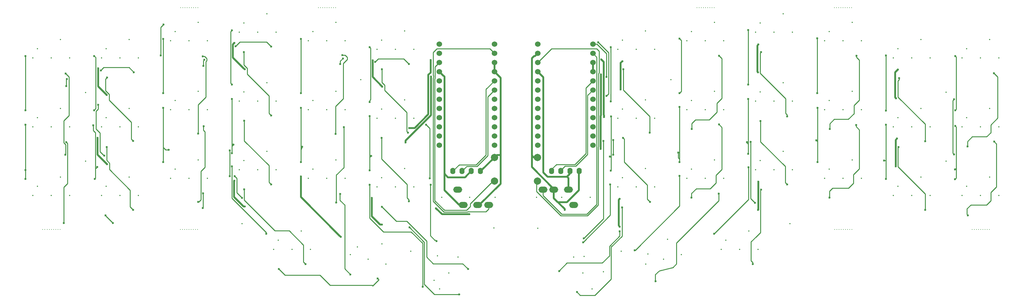
<source format=gbr>
G04 #@! TF.GenerationSoftware,KiCad,Pcbnew,5.1.5+dfsg1-2~bpo10+1*
G04 #@! TF.CreationDate,2020-11-03T09:18:59+00:00*
G04 #@! TF.ProjectId,corne-cherry,636f726e-652d-4636-9865-7272792e6b69,3.0.1*
G04 #@! TF.SameCoordinates,Original*
G04 #@! TF.FileFunction,Copper,L1,Top*
G04 #@! TF.FilePolarity,Positive*
%FSLAX46Y46*%
G04 Gerber Fmt 4.6, Leading zero omitted, Abs format (unit mm)*
G04 Created by KiCad (PCBNEW 5.1.5+dfsg1-2~bpo10+1) date 2020-11-03 09:18:59*
%MOMM*%
%LPD*%
G04 APERTURE LIST*
%ADD10C,1.524000*%
%ADD11C,2.000000*%
%ADD12O,1.397000X1.778000*%
%ADD13O,2.500000X1.700000*%
%ADD14C,0.600000*%
%ADD15C,0.250000*%
%ADD16C,0.508000*%
%ADD17C,0.500000*%
%ADD18C,0.254000*%
%ADD19C,0.350000*%
%ADD20O,1.500000X1.000000*%
%ADD21C,0.299999*%
G04 APERTURE END LIST*
D10*
X127203900Y-31942000D03*
X127203900Y-34482000D03*
X127203900Y-37022000D03*
X127203900Y-39562000D03*
X127203900Y-42102000D03*
X127203900Y-44642000D03*
X127203900Y-47182000D03*
X127203900Y-49722000D03*
X127203900Y-52262000D03*
X127203900Y-54802000D03*
X127203900Y-57342000D03*
X127203900Y-59882000D03*
X142423900Y-59882000D03*
X142423900Y-57342000D03*
X142423900Y-54802000D03*
X142423900Y-52262000D03*
X142423900Y-49722000D03*
X142423900Y-47182000D03*
X142423900Y-44642000D03*
X142423900Y-42102000D03*
X142423900Y-39562000D03*
X142423900Y-37022000D03*
X142423900Y-34482000D03*
X142423900Y-31942000D03*
X154378900Y-31912000D03*
X154378900Y-34452000D03*
X154378900Y-36992000D03*
X154378900Y-39532000D03*
X154378900Y-42072000D03*
X154378900Y-44612000D03*
X154378900Y-47152000D03*
X154378900Y-49692000D03*
X154378900Y-52232000D03*
X154378900Y-54772000D03*
X154378900Y-57312000D03*
X154378900Y-59852000D03*
X169598900Y-59852000D03*
X169598900Y-57312000D03*
X169598900Y-54772000D03*
X169598900Y-52232000D03*
X169598900Y-49692000D03*
X169598900Y-47152000D03*
X169598900Y-44612000D03*
X169598900Y-42072000D03*
X169598900Y-39532000D03*
X169598900Y-36992000D03*
X169598900Y-34452000D03*
X169598900Y-31912000D03*
D11*
X154304500Y-63272000D03*
X154304500Y-69772000D03*
X142424500Y-63281000D03*
X142424500Y-69781000D03*
D12*
X165797500Y-67020000D03*
X163257500Y-67020000D03*
X160717500Y-67020000D03*
X158177500Y-67020000D03*
X138568500Y-67028000D03*
X136028500Y-67028000D03*
X133488500Y-67028000D03*
X130948500Y-67028000D03*
D13*
X164337500Y-76370000D03*
X162837500Y-72170000D03*
X158837500Y-72170000D03*
X155837500Y-72170000D03*
X132334500Y-72192000D03*
X133834500Y-76392000D03*
X137834500Y-76392000D03*
X140834500Y-76392000D03*
D14*
X50307500Y-35105000D03*
X51107500Y-26505000D03*
X123607500Y-54205000D03*
X124607500Y-69005000D03*
X69382500Y-61305000D03*
X69382500Y-68405000D03*
X126493737Y-86382353D03*
X124807500Y-70805000D03*
X124807500Y-36305000D03*
X111507500Y-43705000D03*
X70632500Y-31605000D03*
X73507500Y-38905000D03*
X33032500Y-38605000D03*
X35407500Y-46005000D03*
X32932500Y-57805000D03*
X35507500Y-65105000D03*
X70632500Y-69705000D03*
X73507500Y-76804998D03*
X108632500Y-74405000D03*
X111407500Y-81805000D03*
X118907500Y-55105000D03*
X126297500Y-77305000D03*
X135547500Y-78960000D03*
X108862510Y-36393716D03*
X117907500Y-59105000D03*
X124957510Y-40905000D03*
X13007500Y-35205000D03*
X13007500Y-50205000D03*
X13007500Y-54205000D03*
X13007500Y-69205000D03*
X13007500Y-66705000D03*
X32007500Y-35205000D03*
X32107500Y-69205000D03*
X31707500Y-54405000D03*
X31964840Y-50194907D03*
X32796949Y-65894449D03*
X51007500Y-30505000D03*
X51007500Y-45505000D03*
X51007500Y-49505000D03*
X51007500Y-64505000D03*
X52577078Y-61174578D03*
X70007500Y-28105000D03*
X70007500Y-43105000D03*
X70007500Y-47105000D03*
X70007500Y-62105000D03*
X70407500Y-59705000D03*
X70007500Y-65705000D03*
X79507500Y-84305000D03*
X89007500Y-30505000D03*
X89007500Y-45505000D03*
X89007500Y-49505000D03*
X89007500Y-64505000D03*
X89407500Y-60305000D03*
X89007500Y-68505000D03*
X100007500Y-85205000D03*
X108007500Y-32805000D03*
X108007500Y-47905000D03*
X108007500Y-51805000D03*
X108007500Y-66805000D03*
X108407504Y-62805000D03*
X108007500Y-70805000D03*
X122607500Y-99005000D03*
X173357500Y-46265000D03*
X171063762Y-31389024D03*
X175232500Y-58415010D03*
X175232500Y-62500000D03*
X172537500Y-58715000D03*
X167110558Y-85628058D03*
X173357500Y-41015000D03*
X269607500Y-35205000D03*
X269507500Y-69305000D03*
X269617500Y-54555000D03*
X269592510Y-50205000D03*
X269547500Y-66550000D03*
X250507500Y-35105000D03*
X250507500Y-50305000D03*
X250507500Y-54205000D03*
X250507500Y-69205000D03*
X249997500Y-64100010D03*
X231507500Y-30305000D03*
X231507500Y-45505000D03*
X231607500Y-49505000D03*
X231607500Y-64505000D03*
X231234449Y-58513051D03*
X212507500Y-28005000D03*
X212507500Y-43105000D03*
X212507500Y-47105000D03*
X212507500Y-62205000D03*
X203087500Y-84335000D03*
X212557500Y-65985000D03*
X212107500Y-59020000D03*
X193507500Y-30405000D03*
X193507500Y-45505000D03*
X193507500Y-49305000D03*
X193507500Y-64505000D03*
X193517500Y-68325000D03*
X181187500Y-88895000D03*
X193137500Y-61875000D03*
X174507500Y-32805000D03*
X174507500Y-47805000D03*
X174607500Y-51905000D03*
X174507500Y-66905000D03*
X174417500Y-70675000D03*
X166887500Y-86675000D03*
X174297500Y-63015000D03*
X171857490Y-40305000D03*
X171787500Y-60895000D03*
X171934500Y-36205000D03*
X161807500Y-77705000D03*
X177037500Y-82385000D03*
X176987500Y-74685000D03*
X215257500Y-69915000D03*
X253577500Y-58005000D03*
X253757500Y-38945000D03*
X215297500Y-32055000D03*
X177777500Y-36645000D03*
X177253436Y-44469389D03*
X215217502Y-77775000D03*
X215152490Y-39708861D03*
X253314993Y-46956653D03*
X253172490Y-65734017D03*
X172707500Y-52045000D03*
X33107500Y-48705000D03*
X34727500Y-62720000D03*
X80807500Y-32605000D03*
X62107506Y-37954990D03*
X71007500Y-32505000D03*
X62387500Y-36246952D03*
X118807500Y-37405000D03*
X99882500Y-37455000D03*
X100597500Y-35880000D03*
X109562521Y-36805000D03*
X24107500Y-40105000D03*
X24007500Y-62505000D03*
X35507500Y-41205000D03*
X42707500Y-58705000D03*
X60707500Y-56655000D03*
X61907500Y-35305000D03*
X73307500Y-34105000D03*
X80807500Y-51705000D03*
X98607500Y-56755000D03*
X100443699Y-35003426D03*
X111407500Y-38905000D03*
X118607500Y-56405000D03*
X24307500Y-59005000D03*
X23607500Y-81405000D03*
X35407500Y-60405000D03*
X42707500Y-77705000D03*
X73407500Y-53105000D03*
X80807500Y-70705000D03*
X98807500Y-75705000D03*
X100857500Y-54905000D03*
X111307500Y-57805000D03*
X118807500Y-75405000D03*
X73407500Y-72105000D03*
X90307500Y-92705000D03*
X111407500Y-76905000D03*
X135200692Y-94111767D03*
X110207500Y-96705000D03*
X82907500Y-94105000D03*
X119007500Y-82605000D03*
X132707500Y-101105000D03*
X269282500Y-47215000D03*
X269261664Y-62382960D03*
X280317500Y-39965000D03*
X272977500Y-60175000D03*
X261307500Y-58745000D03*
X254167500Y-41355002D03*
X223232169Y-51890331D03*
X216047500Y-34105000D03*
X204437500Y-35185000D03*
X196907500Y-55365000D03*
X185337500Y-56385000D03*
X178037510Y-38905000D03*
X70707500Y-68405000D03*
X72757500Y-74440000D03*
X42907500Y-39705000D03*
X33807500Y-39205000D03*
X24402733Y-41609990D03*
X24307500Y-43570010D03*
X62232510Y-54605000D03*
X60677169Y-75535331D03*
X37107500Y-81355000D03*
X35107500Y-79305000D03*
X61907500Y-77205000D03*
X62032510Y-73205000D03*
X99907500Y-73305000D03*
X102707500Y-95605000D03*
X214327500Y-75765000D03*
X213147500Y-58980002D03*
X160337500Y-94635000D03*
X177042490Y-83655000D03*
X280367500Y-58895000D03*
X273117500Y-79255000D03*
X261327500Y-77755000D03*
X254007500Y-60425000D03*
X242277500Y-54295000D03*
X234907500Y-74355000D03*
X223267169Y-70725331D03*
X215897500Y-53155000D03*
X204397500Y-54145000D03*
X196857500Y-74365000D03*
X185367500Y-75525000D03*
X177937500Y-57865000D03*
X213767500Y-92735000D03*
X216007500Y-72135000D03*
X204327500Y-73235000D03*
X186947500Y-97485000D03*
X165207500Y-100455000D03*
X177707500Y-77035000D03*
X242337500Y-35145000D03*
X234977500Y-55355000D03*
D15*
X50307500Y-27305000D02*
X51107500Y-26505000D01*
X50307500Y-35105000D02*
X50307500Y-27305000D01*
X124607500Y-55205000D02*
X124607500Y-69005000D01*
X123607500Y-54205000D02*
X124607500Y-55205000D01*
X69382500Y-61305000D02*
X69382500Y-68405000D01*
X126193738Y-86082354D02*
X125984854Y-86082354D01*
X126493737Y-86382353D02*
X126193738Y-86082354D01*
X124782499Y-70830001D02*
X124807500Y-70805000D01*
X124782499Y-84879999D02*
X124782499Y-70830001D01*
X125984854Y-86082354D02*
X124782499Y-84879999D01*
D16*
X142423900Y-37022000D02*
X142423900Y-39562000D01*
X144134500Y-41272600D02*
X144134500Y-62571000D01*
X142423900Y-39562000D02*
X144134500Y-41272600D01*
X138677500Y-67028000D02*
X138568500Y-67028000D01*
X142424500Y-63281000D02*
X138677500Y-67028000D01*
X143134500Y-62571000D02*
X142424500Y-63281000D01*
X144134500Y-62571000D02*
X143134500Y-62571000D01*
X138302500Y-76392000D02*
X138568500Y-76658000D01*
X138256500Y-76392000D02*
X138302500Y-76392000D01*
X144134500Y-70514000D02*
X138256500Y-76392000D01*
X144134500Y-62571000D02*
X144134500Y-70514000D01*
D17*
X33032500Y-38605000D02*
X33032500Y-43630000D01*
X33032500Y-43630000D02*
X35407500Y-46005000D01*
X34007500Y-63605000D02*
X35507500Y-65105000D01*
X32932500Y-62530000D02*
X34007500Y-63605000D01*
X32932500Y-57805000D02*
X32932500Y-62530000D01*
X70607500Y-74205000D02*
X73207498Y-76804998D01*
X73207498Y-76804998D02*
X73507500Y-76804998D01*
X70607500Y-69730000D02*
X70607500Y-74205000D01*
X70632500Y-69705000D02*
X70607500Y-69730000D01*
X108632500Y-74405000D02*
X108632500Y-79530000D01*
X110907500Y-81805000D02*
X111407500Y-81805000D01*
X108632500Y-79530000D02*
X110907500Y-81805000D01*
X119331764Y-55105000D02*
X118907500Y-55105000D01*
X124807500Y-36305000D02*
X124807500Y-39805000D01*
X124207500Y-51305000D02*
X120407500Y-55105000D01*
X124207500Y-40405000D02*
X124207500Y-51305000D01*
X124807500Y-39805000D02*
X124207500Y-40405000D01*
X120407500Y-55105000D02*
X119331764Y-55105000D01*
X70257498Y-31980002D02*
X70257498Y-35654998D01*
X70257498Y-35654998D02*
X73207501Y-38605001D01*
X70632500Y-31605000D02*
X70257498Y-31980002D01*
X73207501Y-38605001D02*
X73507500Y-38905000D01*
X135123236Y-78960000D02*
X135547500Y-78960000D01*
X127952500Y-78960000D02*
X135123236Y-78960000D01*
X126297500Y-77305000D02*
X127952500Y-78960000D01*
X111507500Y-43705000D02*
X108812511Y-41010011D01*
X108812511Y-36443715D02*
X108862510Y-36393716D01*
X108812511Y-41010011D02*
X108812511Y-36443715D01*
X124907500Y-40955010D02*
X124957510Y-40905000D01*
X117907500Y-58605000D02*
X124907500Y-51605000D01*
X124907500Y-51605000D02*
X124907500Y-40955010D01*
X117907500Y-59105000D02*
X117907500Y-58605000D01*
D16*
X128627500Y-40937000D02*
X128627500Y-67737000D01*
X128419901Y-40778001D02*
X128468501Y-40778001D01*
X128468501Y-40778001D02*
X128627500Y-40937000D01*
X127203900Y-39562000D02*
X128419901Y-40778001D01*
X132682500Y-76392000D02*
X128627500Y-72337000D01*
X128627500Y-72337000D02*
X128627500Y-67737000D01*
X133834500Y-76392000D02*
X132682500Y-76392000D01*
X134326500Y-68730000D02*
X136028500Y-67028000D01*
X129620500Y-68730000D02*
X134326500Y-68730000D01*
X128627500Y-67737000D02*
X129620500Y-68730000D01*
D15*
X13007500Y-35205000D02*
X13007500Y-50205000D01*
X13007500Y-54205000D02*
X13007500Y-57305000D01*
X13007500Y-66705000D02*
X13007500Y-69205000D01*
X13007500Y-57305000D02*
X13007500Y-66705000D01*
X32307500Y-69005000D02*
X32107500Y-69205000D01*
X31707500Y-55805000D02*
X32307500Y-56405000D01*
X31707500Y-54405000D02*
X31707500Y-55805000D01*
X32264839Y-49894908D02*
X31964840Y-50194907D01*
X32007500Y-35205000D02*
X32407500Y-35605000D01*
X32407500Y-35605000D02*
X32407500Y-49752247D01*
X32407500Y-49752247D02*
X32264839Y-49894908D01*
X32307500Y-66205000D02*
X32307500Y-69005000D01*
X32307500Y-56405000D02*
X32307500Y-66205000D01*
X32486398Y-66205000D02*
X32496950Y-66194448D01*
X32496950Y-66194448D02*
X32796949Y-65894449D01*
X32307500Y-66205000D02*
X32486398Y-66205000D01*
X51007500Y-30505000D02*
X51007500Y-45505000D01*
X51007500Y-49505000D02*
X51007500Y-60505000D01*
X51007500Y-60505000D02*
X51007500Y-64505000D01*
X51007500Y-60505000D02*
X51677078Y-61174578D01*
X52152814Y-61174578D02*
X52577078Y-61174578D01*
X51677078Y-61174578D02*
X52152814Y-61174578D01*
X70107501Y-60004999D02*
X70407500Y-59705000D01*
X70007500Y-60005000D02*
X70107501Y-60004999D01*
X70007500Y-47105000D02*
X70007500Y-60005000D01*
X70007500Y-60005000D02*
X70007500Y-62105000D01*
X70007500Y-74505000D02*
X79507500Y-84005000D01*
X79507500Y-84005000D02*
X79507500Y-84305000D01*
X70007500Y-65705000D02*
X70007500Y-74505000D01*
X70007500Y-28105000D02*
X69682488Y-28430012D01*
X69682488Y-42779988D02*
X69707501Y-42805001D01*
X69682488Y-28430012D02*
X69682488Y-42779988D01*
X69707501Y-42805001D02*
X70007500Y-43105000D01*
X89007500Y-30505000D02*
X89007500Y-45505000D01*
X89007500Y-62305000D02*
X89007500Y-64505000D01*
X89007500Y-49505000D02*
X89007500Y-62305000D01*
X89007500Y-61105000D02*
X89007500Y-62305000D01*
X89407500Y-60305000D02*
X89007500Y-61105000D01*
D17*
X99707501Y-84905001D02*
X100007500Y-85205000D01*
X89007500Y-68505000D02*
X89007500Y-74205000D01*
X89007500Y-74205000D02*
X99707501Y-84905001D01*
D15*
X108007500Y-51805000D02*
X108007500Y-66805000D01*
D18*
X108107505Y-63104999D02*
X108407504Y-62805000D01*
X108007500Y-63105000D02*
X108107505Y-63104999D01*
D15*
X111807500Y-83805000D02*
X119407500Y-83805000D01*
X119407500Y-83805000D02*
X122607500Y-87005000D01*
X108007500Y-80005000D02*
X111807500Y-83805000D01*
X122607500Y-87005000D02*
X122607500Y-99005000D01*
X108007500Y-70805000D02*
X108007500Y-80005000D01*
X108007500Y-47480736D02*
X108007500Y-47905000D01*
X108237500Y-33035000D02*
X108237500Y-47250736D01*
X108007500Y-32805000D02*
X108237500Y-33035000D01*
X108237500Y-47250736D02*
X108007500Y-47480736D01*
D18*
X125534502Y-34193998D02*
X125534502Y-40554028D01*
X125534502Y-40554028D02*
X125584512Y-40604038D01*
X125534502Y-41255972D02*
X125534502Y-75370986D01*
X125534502Y-75370986D02*
X128463516Y-78300000D01*
X140834500Y-77496000D02*
X140834500Y-76392000D01*
X126514500Y-33214000D02*
X125534502Y-34193998D01*
X134969536Y-78300000D02*
X134986538Y-78282998D01*
X142423900Y-34482000D02*
X141155900Y-33214000D01*
X125584512Y-40604038D02*
X125584512Y-41205962D01*
X134986538Y-78282998D02*
X140047502Y-78282998D01*
X128463516Y-78300000D02*
X134969536Y-78300000D01*
X141155900Y-33214000D02*
X126514500Y-33214000D01*
X125584512Y-41205962D02*
X125534502Y-41255972D01*
X140047502Y-78282998D02*
X140834500Y-77496000D01*
X135807500Y-76040000D02*
X142066500Y-69781000D01*
X135807500Y-76819968D02*
X135807500Y-76040000D01*
X125988513Y-41444029D02*
X125988513Y-75182929D01*
X134787468Y-77840000D02*
X135807500Y-76819968D01*
X125988513Y-75182929D02*
X128645584Y-77840000D01*
X142066500Y-69781000D02*
X142424500Y-69781000D01*
X126038522Y-41394020D02*
X125988513Y-41444029D01*
X128645584Y-77840000D02*
X134787468Y-77840000D01*
X126038522Y-38187378D02*
X126038522Y-41394020D01*
X127203900Y-37022000D02*
X126038522Y-38187378D01*
X134186999Y-66329501D02*
X133488500Y-67028000D01*
X142423900Y-44642000D02*
X140558511Y-46507389D01*
X134808489Y-65708011D02*
X134186999Y-66329501D01*
X140558510Y-62742058D02*
X137592557Y-65708011D01*
X137592557Y-65708011D02*
X134808489Y-65708011D01*
X140558511Y-46507389D02*
X140558510Y-62742058D01*
X137404500Y-65254000D02*
X132704500Y-65254000D01*
X132704500Y-65254000D02*
X130948500Y-67010000D01*
X140104500Y-44421400D02*
X140104500Y-62554000D01*
X140104500Y-62554000D02*
X137404500Y-65254000D01*
X130948500Y-67010000D02*
X130948500Y-67028000D01*
X142423900Y-42102000D02*
X140104500Y-44421400D01*
D15*
X173982501Y-34307763D02*
X171063762Y-31389024D01*
X173982501Y-45639999D02*
X173982501Y-34307763D01*
X173357500Y-46265000D02*
X173982501Y-45639999D01*
X175232500Y-58415010D02*
X175232500Y-62500000D01*
X172537500Y-80201116D02*
X167110558Y-85628058D01*
X172537500Y-58715000D02*
X172537500Y-80201116D01*
D18*
X155837500Y-72170000D02*
X155837500Y-73170000D01*
X160968489Y-78890989D02*
X155837500Y-73760000D01*
X167954443Y-78890989D02*
X160968489Y-78890989D01*
X170646488Y-76198944D02*
X167954443Y-78890989D01*
X170646488Y-60155982D02*
X170646488Y-76198944D01*
X170687901Y-60114569D02*
X170646488Y-60155982D01*
X170687901Y-35537001D02*
X170687901Y-60114569D01*
X155837500Y-73760000D02*
X155837500Y-72170000D01*
X169603900Y-34453000D02*
X170687901Y-35537001D01*
X169603900Y-42073000D02*
X167674500Y-44002400D01*
X158039500Y-66680000D02*
X158039500Y-67015000D01*
X164648511Y-65170989D02*
X159548511Y-65170989D01*
X167674500Y-44002400D02*
X167674500Y-62145000D01*
X159548511Y-65170989D02*
X158039500Y-66680000D01*
X167674500Y-62145000D02*
X164648511Y-65170989D01*
X161969500Y-65625000D02*
X160579500Y-67015000D01*
X168128511Y-46088389D02*
X168128511Y-62390989D01*
X164894500Y-65625000D02*
X161969500Y-65625000D01*
X169603900Y-44613000D02*
X168128511Y-46088389D01*
X168128511Y-62390989D02*
X164894500Y-65625000D01*
D15*
X173357500Y-34547970D02*
X173357500Y-41015000D01*
X170721530Y-31912000D02*
X173357500Y-34547970D01*
X169643900Y-31912000D02*
X170721530Y-31912000D01*
D18*
X154057500Y-70019000D02*
X154304500Y-69772000D01*
X160772500Y-79345000D02*
X154057500Y-72630000D01*
X154057500Y-72630000D02*
X154057500Y-70019000D01*
X171100499Y-76387001D02*
X168142500Y-79345000D01*
X171141911Y-60302627D02*
X171100499Y-60344039D01*
X171100499Y-60344039D02*
X171100499Y-76387001D01*
X171141912Y-40092614D02*
X171141911Y-60302627D01*
X171307500Y-39927026D02*
X171141912Y-40092614D01*
X168142500Y-79345000D02*
X160772500Y-79345000D01*
X158201900Y-33175000D02*
X170634500Y-33175000D01*
X154383900Y-36993000D02*
X158201900Y-33175000D01*
X170634500Y-33175000D02*
X171307500Y-33848000D01*
X171307500Y-33848000D02*
X171307500Y-39927026D01*
D15*
X269907500Y-68905000D02*
X269507500Y-69305000D01*
X269897500Y-64485000D02*
X269907500Y-68905000D01*
X269897500Y-64485000D02*
X269917499Y-64465001D01*
X269917499Y-64465001D02*
X269917499Y-54854999D01*
X269917499Y-54854999D02*
X269617500Y-54555000D01*
X269607500Y-35205000D02*
X269907500Y-35505000D01*
X269907500Y-35505000D02*
X269907500Y-49890010D01*
X269907500Y-49890010D02*
X269892509Y-49905001D01*
X269892509Y-49905001D02*
X269592510Y-50205000D01*
X269899204Y-66198296D02*
X269547500Y-66550000D01*
X269899204Y-64486704D02*
X269899204Y-66198296D01*
X269897500Y-64485000D02*
X269899204Y-64486704D01*
X250507500Y-35105000D02*
X250507500Y-50305000D01*
X250507500Y-64185746D02*
X250421764Y-64100010D01*
X250507500Y-64335000D02*
X250507500Y-64185746D01*
X250421764Y-64100010D02*
X249997500Y-64100010D01*
X250507500Y-54205000D02*
X250507500Y-64335000D01*
X250507500Y-64335000D02*
X250507500Y-69205000D01*
X231507500Y-30305000D02*
X231507500Y-45505000D01*
X231607500Y-49505000D02*
X231607500Y-59795000D01*
X231607500Y-59795000D02*
X231607500Y-64505000D01*
X231607500Y-58886102D02*
X231534448Y-58813050D01*
X231607500Y-59795000D02*
X231607500Y-58886102D01*
X231534448Y-58813050D02*
X231234449Y-58513051D01*
X212507500Y-28005000D02*
X212507500Y-43105000D01*
X212507500Y-62005000D02*
X212507500Y-62205000D01*
X212557500Y-74865000D02*
X212557500Y-65985000D01*
X203087500Y-84335000D02*
X212557500Y-74865000D01*
X212507500Y-47105000D02*
X212507500Y-60295000D01*
X212507500Y-60295000D02*
X212507500Y-62005000D01*
X212107500Y-59240000D02*
X212107500Y-59020000D01*
X212507500Y-59640000D02*
X212107500Y-59240000D01*
X212507500Y-60295000D02*
X212507500Y-59640000D01*
X194007500Y-45005000D02*
X193507500Y-45505000D01*
X194007500Y-30905000D02*
X194007500Y-45005000D01*
X193507500Y-30405000D02*
X194007500Y-30905000D01*
X181287500Y-88895000D02*
X181187500Y-88895000D01*
X193517500Y-76665000D02*
X181287500Y-88895000D01*
X193517500Y-68325000D02*
X193517500Y-76665000D01*
X193507500Y-49305000D02*
X193507500Y-63715000D01*
X193507500Y-63715000D02*
X193507500Y-64505000D01*
X193137500Y-63345000D02*
X193137500Y-62299264D01*
X193507500Y-63715000D02*
X193137500Y-63345000D01*
X193137500Y-62299264D02*
X193137500Y-61875000D01*
X174507500Y-32805000D02*
X174507500Y-47805000D01*
X174607500Y-66805000D02*
X174507500Y-66905000D01*
X174417500Y-70675000D02*
X174417500Y-79205000D01*
X166947500Y-86675000D02*
X166887500Y-86675000D01*
X174417500Y-79205000D02*
X166947500Y-86675000D01*
X174607500Y-51905000D02*
X174607500Y-64475000D01*
X174607500Y-64475000D02*
X174607500Y-66805000D01*
X174607500Y-63295000D02*
X174327500Y-63015000D01*
X174327500Y-63015000D02*
X174297500Y-63015000D01*
X174607500Y-64475000D02*
X174607500Y-63295000D01*
D17*
X163214500Y-67015000D02*
X163119500Y-67015000D01*
X163244500Y-67045000D02*
X163214500Y-67015000D01*
X171857490Y-51685008D02*
X171787500Y-51754998D01*
X171787500Y-51754998D02*
X171787500Y-60470736D01*
X171857490Y-40305000D02*
X171857490Y-51685008D01*
X171787500Y-60470736D02*
X171787500Y-60895000D01*
X162469500Y-68600000D02*
X163244500Y-67825000D01*
X163244500Y-67825000D02*
X163244500Y-67045000D01*
X162837500Y-68968000D02*
X162837500Y-72170000D01*
X162469500Y-68600000D02*
X162837500Y-68968000D01*
X161534500Y-68600000D02*
X162469500Y-68600000D01*
X159047500Y-68610000D02*
X159057500Y-68600000D01*
X157097500Y-68610000D02*
X159047500Y-68610000D01*
X159057500Y-68600000D02*
X161534500Y-68600000D01*
X154383900Y-39533000D02*
X155917500Y-41066600D01*
X155917500Y-67430000D02*
X157097500Y-68610000D01*
X155917500Y-41066600D02*
X155917500Y-67430000D01*
D16*
X152784500Y-35845000D02*
X152784500Y-62752000D01*
X153414501Y-35214999D02*
X152784500Y-35845000D01*
X153621901Y-35214999D02*
X153414501Y-35214999D01*
X154383900Y-34453000D02*
X153621901Y-35214999D01*
D17*
X169603900Y-36993000D02*
X169603900Y-39533000D01*
X165689500Y-67045000D02*
X165784500Y-67045000D01*
X165659500Y-67015000D02*
X165689500Y-67045000D01*
D16*
X153304500Y-63272000D02*
X154304500Y-63272000D01*
X152784500Y-62752000D02*
X153304500Y-63272000D01*
X158837500Y-72170000D02*
X158837500Y-73170000D01*
X158837500Y-71948000D02*
X158837500Y-72170000D01*
X152784500Y-65895000D02*
X158837500Y-71948000D01*
X152784500Y-62752000D02*
X152784500Y-65895000D01*
D17*
X158837500Y-74520000D02*
X158837500Y-73170000D01*
X158837500Y-74538000D02*
X158837500Y-74520000D01*
X159924500Y-75625000D02*
X158837500Y-74538000D01*
X165784500Y-72295000D02*
X162454500Y-75625000D01*
X162454500Y-75625000D02*
X159924500Y-75625000D01*
X165784500Y-67045000D02*
X165784500Y-72295000D01*
X161807500Y-77508000D02*
X158837500Y-74538000D01*
X161807500Y-77705000D02*
X161807500Y-77508000D01*
X176737501Y-74934999D02*
X176987500Y-74685000D01*
X176737501Y-82085001D02*
X176737501Y-74934999D01*
X177037500Y-82385000D02*
X176737501Y-82085001D01*
X177287500Y-37135000D02*
X177287500Y-44435325D01*
X177777500Y-36645000D02*
X177287500Y-37135000D01*
X177287500Y-44435325D02*
X177253436Y-44469389D01*
X215257500Y-69915000D02*
X215257500Y-77735002D01*
X215257500Y-77735002D02*
X215217502Y-77775000D01*
X214997501Y-39553872D02*
X215152490Y-39708861D01*
X214997501Y-32354999D02*
X214997501Y-39553872D01*
X215297500Y-32055000D02*
X214997501Y-32354999D01*
X253757500Y-38945000D02*
X253014994Y-39687506D01*
X253014994Y-39687506D02*
X253014994Y-46656654D01*
X253014994Y-46656654D02*
X253314993Y-46956653D01*
X253172490Y-58410010D02*
X253172490Y-65309753D01*
X253172490Y-65309753D02*
X253172490Y-65734017D01*
X253577500Y-58005000D02*
X253172490Y-58410010D01*
X172707500Y-51620736D02*
X172707500Y-52045000D01*
X171934500Y-36205000D02*
X172607500Y-36878000D01*
X172607500Y-36878000D02*
X172607500Y-51520736D01*
X172607500Y-51520736D02*
X172707500Y-51620736D01*
D15*
X33577500Y-61660000D02*
X34637500Y-62720000D01*
X32507500Y-55405000D02*
X33577500Y-56475000D01*
X33107500Y-49905000D02*
X32507500Y-50505000D01*
X33577500Y-56475000D02*
X33577500Y-61660000D01*
X34637500Y-62720000D02*
X34727500Y-62720000D01*
X32507500Y-50505000D02*
X32507500Y-55405000D01*
X33107500Y-48705000D02*
X33107500Y-49905000D01*
X62107506Y-37954990D02*
X62107506Y-36526946D01*
X62107506Y-36526946D02*
X62387500Y-36246952D01*
X72202500Y-31310000D02*
X71307499Y-32205001D01*
X79512500Y-31310000D02*
X72202500Y-31310000D01*
X71307499Y-32205001D02*
X71007500Y-32505000D01*
X80807500Y-32605000D02*
X79512500Y-31310000D01*
X99882500Y-36595000D02*
X100597500Y-35880000D01*
X99882500Y-37455000D02*
X99882500Y-36595000D01*
X118807500Y-37405000D02*
X117407500Y-36005000D01*
X117407500Y-36005000D02*
X110362521Y-36005000D01*
X109862520Y-36505001D02*
X109562521Y-36805000D01*
X110362521Y-36005000D02*
X109862520Y-36505001D01*
X24107500Y-59705000D02*
X24107500Y-62405000D01*
X23607501Y-59205001D02*
X24107500Y-59705000D01*
X23607501Y-53104999D02*
X23607501Y-59205001D01*
X25027735Y-41025235D02*
X25027735Y-51684765D01*
X25027735Y-51684765D02*
X23607501Y-53104999D01*
X24107500Y-62405000D02*
X24007500Y-62505000D01*
X24107500Y-40105000D02*
X25027735Y-41025235D01*
X42207500Y-53510000D02*
X42207500Y-58205000D01*
X35507500Y-41205000D02*
X35107500Y-41605000D01*
X35107500Y-44790000D02*
X36117500Y-45800000D01*
X36117500Y-47420000D02*
X42207500Y-53510000D01*
X42207500Y-58205000D02*
X42707500Y-58705000D01*
X36117500Y-45800000D02*
X36117500Y-47420000D01*
X35107500Y-41605000D02*
X35107500Y-44790000D01*
X63042502Y-35889998D02*
X62457504Y-35305000D01*
X60707500Y-48705000D02*
X62807500Y-46605000D01*
X62807500Y-36775004D02*
X63042502Y-36540002D01*
X62331764Y-35305000D02*
X61907500Y-35305000D01*
X60707500Y-56655000D02*
X60707500Y-48705000D01*
X62457504Y-35305000D02*
X62331764Y-35305000D01*
X63042502Y-36540002D02*
X63042502Y-35889998D01*
X62807500Y-46605000D02*
X62807500Y-36775004D01*
X80207500Y-51105000D02*
X80807500Y-51705000D01*
X80207500Y-46220000D02*
X80207500Y-51105000D01*
X74187500Y-40200000D02*
X80207500Y-46220000D01*
X74187500Y-38610000D02*
X74187500Y-40200000D01*
X73307500Y-37730000D02*
X74187500Y-38610000D01*
X73307500Y-34105000D02*
X73307500Y-37730000D01*
X100707499Y-37265005D02*
X101812502Y-36160002D01*
X101255930Y-35003426D02*
X100867963Y-35003426D01*
X101812502Y-36160002D02*
X101812502Y-35559998D01*
X98607500Y-56755000D02*
X98607500Y-49105000D01*
X98607500Y-49105000D02*
X100707499Y-47005001D01*
X101812502Y-35559998D02*
X101255930Y-35003426D01*
X100707499Y-47005001D02*
X100707499Y-37265005D01*
X100867963Y-35003426D02*
X100443699Y-35003426D01*
X118282499Y-50854999D02*
X118282499Y-56079999D01*
X112147500Y-44720000D02*
X118282499Y-50854999D01*
X118282499Y-56079999D02*
X118607500Y-56405000D01*
X112147500Y-43270000D02*
X112147500Y-44720000D01*
X111407500Y-42530000D02*
X112147500Y-43270000D01*
X111407500Y-38905000D02*
X111407500Y-42530000D01*
X23607500Y-80980736D02*
X23607500Y-81405000D01*
X23607500Y-71505000D02*
X23607500Y-80980736D01*
X24632501Y-70479999D02*
X23607500Y-71505000D01*
X24307500Y-59005000D02*
X24632501Y-59330001D01*
X24632501Y-59330001D02*
X24632501Y-70479999D01*
X41907500Y-76905000D02*
X42707500Y-77705000D01*
X41907500Y-72305000D02*
X41907500Y-76905000D01*
X36187500Y-64830000D02*
X36187500Y-66585000D01*
X36187500Y-66585000D02*
X41907500Y-72305000D01*
X35407500Y-64050000D02*
X36187500Y-64830000D01*
X35407500Y-60405000D02*
X35407500Y-64050000D01*
X80207500Y-70105000D02*
X80807500Y-70705000D01*
X80207500Y-65505000D02*
X80207500Y-70105000D01*
X73407500Y-58705000D02*
X80207500Y-65505000D01*
X73407500Y-53105000D02*
X73407500Y-58705000D01*
X100857500Y-66055000D02*
X100857500Y-55329264D01*
X98807500Y-68105000D02*
X100857500Y-66055000D01*
X98807500Y-75705000D02*
X98807500Y-68105000D01*
X100857500Y-55329264D02*
X100857500Y-54905000D01*
X118807500Y-74980736D02*
X118807500Y-75405000D01*
X118307500Y-74480736D02*
X118807500Y-74980736D01*
X111307500Y-63705000D02*
X118307500Y-70705000D01*
X118307500Y-70705000D02*
X118307500Y-74480736D01*
X111307500Y-57805000D02*
X111307500Y-63705000D01*
X89707500Y-92105000D02*
X90307500Y-92705000D01*
X89707500Y-87440000D02*
X89707500Y-92105000D01*
X85777500Y-83510000D02*
X89707500Y-87440000D01*
X81867500Y-83510000D02*
X85777500Y-83510000D01*
X73407500Y-75050000D02*
X81867500Y-83510000D01*
X73407500Y-72105000D02*
X73407500Y-75050000D01*
X118207500Y-80905000D02*
X123707500Y-86405000D01*
X111407500Y-76905000D02*
X115407500Y-80905000D01*
X115407500Y-80905000D02*
X118207500Y-80905000D01*
X123707500Y-86405000D02*
X123707500Y-90805000D01*
X125507500Y-92605000D02*
X133693925Y-92605000D01*
X123707500Y-90805000D02*
X125507500Y-92605000D01*
X134900693Y-93811768D02*
X135200692Y-94111767D01*
X133693925Y-92605000D02*
X134900693Y-93811768D01*
X110207500Y-96705000D02*
X110507500Y-97005000D01*
X110507500Y-97005000D02*
X108807500Y-98705000D01*
X108807500Y-98705000D02*
X108707500Y-98605000D01*
X108707500Y-98605000D02*
X97107500Y-98605000D01*
X97107500Y-98605000D02*
X94307500Y-95805000D01*
X84607500Y-95805000D02*
X82907500Y-94105000D01*
X94307500Y-95805000D02*
X84607500Y-95805000D01*
X125907500Y-101105000D02*
X132707500Y-101105000D01*
X123107500Y-98305000D02*
X125907500Y-101105000D01*
X123107500Y-86705000D02*
X123107500Y-98305000D01*
X119007500Y-82605000D02*
X123107500Y-86705000D01*
X269282500Y-47215000D02*
X268961665Y-47535835D01*
X268961665Y-47535835D02*
X268961665Y-62082961D01*
X268961665Y-62082961D02*
X269261664Y-62382960D01*
X280317500Y-39965000D02*
X281337500Y-40985000D01*
X281337500Y-40985000D02*
X281337500Y-52375000D01*
X281337500Y-52375000D02*
X279447500Y-54265000D01*
X279447500Y-54265000D02*
X279447500Y-56385000D01*
X279447500Y-56385000D02*
X278307500Y-57525000D01*
X278307500Y-57525000D02*
X274297500Y-57525000D01*
X272977500Y-58845000D02*
X272977500Y-60175000D01*
X274297500Y-57525000D02*
X272977500Y-58845000D01*
X253817500Y-46585000D02*
X253817500Y-42129266D01*
X261307500Y-54075000D02*
X253817500Y-46585000D01*
X254167500Y-41779266D02*
X254167500Y-41355002D01*
X253817500Y-42129266D02*
X254167500Y-41779266D01*
X261307500Y-58745000D02*
X261307500Y-54075000D01*
X222827500Y-51061398D02*
X222827500Y-47035000D01*
X223232169Y-51890331D02*
X223232169Y-51466067D01*
X215777500Y-34375000D02*
X216047500Y-34105000D01*
X215777500Y-39985000D02*
X215777500Y-34375000D01*
X222827500Y-47035000D02*
X215777500Y-39985000D01*
X223232169Y-51466067D02*
X222827500Y-51061398D01*
X196907500Y-53865000D02*
X196907500Y-55365000D01*
X201757500Y-52855000D02*
X197917500Y-52855000D01*
X203857500Y-50755000D02*
X201757500Y-52855000D01*
X197917500Y-52855000D02*
X196907500Y-53865000D01*
X203857500Y-48255000D02*
X203857500Y-50755000D01*
X205157500Y-46955000D02*
X203857500Y-48255000D01*
X205157500Y-35905000D02*
X205157500Y-46955000D01*
X204437500Y-35185000D02*
X205157500Y-35905000D01*
X178037510Y-44595010D02*
X178037510Y-39329264D01*
X185337500Y-51895000D02*
X178037510Y-44595010D01*
X185337500Y-56385000D02*
X185337500Y-51895000D01*
X178037510Y-39329264D02*
X178037510Y-38905000D01*
X71307500Y-72990000D02*
X72757500Y-74440000D01*
X71307500Y-69005000D02*
X71307500Y-72990000D01*
X70707500Y-68405000D02*
X71307500Y-69005000D01*
X41607500Y-38405000D02*
X34607500Y-38405000D01*
X42907500Y-39705000D02*
X41607500Y-38405000D01*
X34107499Y-38905001D02*
X33807500Y-39205000D01*
X34607500Y-38405000D02*
X34107499Y-38905001D01*
X24307500Y-41705223D02*
X24402733Y-41609990D01*
X24307500Y-43570010D02*
X24307500Y-41705223D01*
X62532509Y-56130009D02*
X62107500Y-55705000D01*
X60807500Y-75505000D02*
X61407500Y-74905000D01*
X60677169Y-75535331D02*
X60707500Y-75505000D01*
X62532509Y-65979991D02*
X62532509Y-56130009D01*
X62107500Y-54730010D02*
X62232510Y-54605000D01*
X61407500Y-74905000D02*
X61407500Y-67105000D01*
X60707500Y-75505000D02*
X60807500Y-75505000D01*
X62107500Y-55705000D02*
X62107500Y-54730010D01*
X61407500Y-67105000D02*
X62532509Y-65979991D01*
X37107500Y-81355000D02*
X35207500Y-79455000D01*
X35207500Y-79405000D02*
X35107500Y-79305000D01*
X35207500Y-79455000D02*
X35207500Y-79405000D01*
X62007500Y-73230010D02*
X62032510Y-73205000D01*
X62007500Y-77105000D02*
X62007500Y-73230010D01*
X61907500Y-77205000D02*
X62007500Y-77105000D01*
X101107500Y-76405000D02*
X101107500Y-94005000D01*
X99807500Y-73405000D02*
X99807500Y-75105000D01*
X101107500Y-94005000D02*
X102707500Y-95605000D01*
X99807500Y-75105000D02*
X101107500Y-76405000D01*
X99907500Y-73305000D02*
X99807500Y-73405000D01*
X213187500Y-59444266D02*
X213147500Y-59404266D01*
X213187500Y-74625000D02*
X213187500Y-59444266D01*
X214327500Y-75765000D02*
X213187500Y-74625000D01*
X213147500Y-59404266D02*
X213147500Y-58980002D01*
X177042490Y-84920010D02*
X177042490Y-83655000D01*
X174187500Y-87775000D02*
X177042490Y-84920010D01*
X160337500Y-94635000D02*
X160337500Y-94550000D01*
X172167500Y-92430000D02*
X174187500Y-90410000D01*
X162457500Y-92430000D02*
X172167500Y-92430000D01*
X174187500Y-90410000D02*
X174187500Y-87775000D01*
X160337500Y-94550000D02*
X162457500Y-92430000D01*
X272887500Y-79025000D02*
X273117500Y-79255000D01*
X272887500Y-77370000D02*
X272887500Y-79025000D01*
X279467500Y-75185000D02*
X278302500Y-76350000D01*
X279467500Y-72895000D02*
X279467500Y-75185000D01*
X278302500Y-76350000D02*
X273907500Y-76350000D01*
X280979501Y-71382999D02*
X279467500Y-72895000D01*
X280979501Y-59507001D02*
X280979501Y-71382999D01*
X273907500Y-76350000D02*
X272887500Y-77370000D01*
X280367500Y-58895000D02*
X280979501Y-59507001D01*
X253797500Y-65845000D02*
X253797500Y-60635000D01*
X261327500Y-73375000D02*
X253797500Y-65845000D01*
X253797500Y-60635000D02*
X254007500Y-60425000D01*
X261327500Y-77755000D02*
X261327500Y-73375000D01*
X234887500Y-74335000D02*
X234907500Y-74355000D01*
X234887500Y-72615000D02*
X234887500Y-74335000D01*
X235767500Y-71735000D02*
X234887500Y-72615000D01*
X241527500Y-70385000D02*
X240177500Y-71735000D01*
X243167500Y-55609264D02*
X243167500Y-66375000D01*
X241527500Y-68015000D02*
X241527500Y-70385000D01*
X240177500Y-71735000D02*
X235767500Y-71735000D01*
X242277500Y-54719264D02*
X243167500Y-55609264D01*
X243167500Y-66375000D02*
X241527500Y-68015000D01*
X242277500Y-54295000D02*
X242277500Y-54719264D01*
X223267169Y-70725331D02*
X222707500Y-70165662D01*
X222707500Y-66227998D02*
X222687500Y-66207998D01*
X222707500Y-70165662D02*
X222707500Y-66227998D01*
X222687500Y-66207998D02*
X222687500Y-65755000D01*
X215897500Y-58965000D02*
X215897500Y-53155000D01*
X222687500Y-65755000D02*
X215897500Y-58965000D01*
X204397500Y-54145000D02*
X205227500Y-54975000D01*
X205227500Y-54975000D02*
X205227500Y-66575000D01*
X205227500Y-66575000D02*
X203587500Y-68215000D01*
X203587500Y-68215000D02*
X203587500Y-70315000D01*
X202007510Y-71894990D02*
X198157490Y-71894990D01*
X203587500Y-70315000D02*
X202007510Y-71894990D01*
X196857500Y-73194980D02*
X196857500Y-74365000D01*
X198157490Y-71894990D02*
X196857500Y-73194980D01*
X185367500Y-75525000D02*
X184617500Y-74775000D01*
X184617500Y-70887998D02*
X178234502Y-64505000D01*
X184617500Y-74775000D02*
X184617500Y-70887998D01*
X178234502Y-58162002D02*
X177937500Y-57865000D01*
X178234502Y-64505000D02*
X178234502Y-58162002D01*
X213247500Y-91790736D02*
X213247500Y-86575000D01*
X213767500Y-92310736D02*
X213247500Y-91790736D01*
X213767500Y-92735000D02*
X213767500Y-92310736D01*
X214737500Y-85085000D02*
X215842503Y-83979997D01*
X213247500Y-86575000D02*
X214737500Y-85085000D01*
X214737500Y-85085000D02*
X215237500Y-84585000D01*
X215842503Y-72299997D02*
X216007500Y-72135000D01*
X215842503Y-83979997D02*
X215842503Y-72299997D01*
X186837500Y-97375000D02*
X186947500Y-97485000D01*
X186837500Y-95620000D02*
X186837500Y-97375000D01*
X192667500Y-92650000D02*
X191694520Y-93622979D01*
X187551049Y-94906451D02*
X186837500Y-95620000D01*
X191694520Y-93622979D02*
X187950366Y-94626221D01*
X204327500Y-75190000D02*
X192667500Y-86850000D01*
X192667500Y-86850000D02*
X192667500Y-92650000D01*
X187697500Y-94790000D02*
X187551049Y-94906451D01*
X187901823Y-94710298D02*
X187697500Y-94790000D01*
X187950366Y-94626221D02*
X187901823Y-94710298D01*
X204327500Y-73235000D02*
X204327500Y-75190000D01*
X177667500Y-77075000D02*
X177707500Y-77035000D01*
X174667500Y-88015000D02*
X177667500Y-85015000D01*
X177667500Y-85015000D02*
X177667500Y-77075000D01*
X170167500Y-101360000D02*
X174667500Y-96860000D01*
X174667500Y-96860000D02*
X174667500Y-88015000D01*
X166112500Y-101360000D02*
X170167500Y-101360000D01*
X165207500Y-100455000D02*
X166112500Y-101360000D01*
X234977500Y-53950000D02*
X234977500Y-55355000D01*
X236212500Y-52715000D02*
X234977500Y-53950000D01*
X240087500Y-52715000D02*
X236212500Y-52715000D01*
X242337500Y-35569264D02*
X243087500Y-36319264D01*
X241677500Y-48835000D02*
X241677500Y-51125000D01*
X243087500Y-47425000D02*
X241677500Y-48835000D01*
X241677500Y-51125000D02*
X240087500Y-52715000D01*
X243087500Y-36319264D02*
X243087500Y-47425000D01*
X242337500Y-35145000D02*
X242337500Y-35569264D01*
D19*
X50307500Y-35105000D03*
X51107500Y-26505000D03*
X123607500Y-54205000D03*
X124607500Y-69005000D03*
X69382500Y-61305000D03*
X69382500Y-68405000D03*
X126493737Y-86382353D03*
X124807500Y-70805000D03*
X124807500Y-36305000D03*
X111507500Y-43705000D03*
X70632500Y-31605000D03*
X73507500Y-38905000D03*
X33032500Y-38605000D03*
X35407500Y-46005000D03*
X32932500Y-57805000D03*
X35507500Y-65105000D03*
X70632500Y-69705000D03*
X73507500Y-76804998D03*
X108632500Y-74405000D03*
X111407500Y-81805000D03*
X118907500Y-55105000D03*
X126297500Y-77305000D03*
X135547500Y-78960000D03*
X108862510Y-36393716D03*
X117907500Y-59105000D03*
X124957510Y-40905000D03*
X13007500Y-35205000D03*
X13007500Y-50205000D03*
X13007500Y-54205000D03*
X13007500Y-69205000D03*
X13007500Y-66705000D03*
X32007500Y-35205000D03*
X32107500Y-69205000D03*
X31707500Y-54405000D03*
X31964840Y-50194907D03*
X32796949Y-65894449D03*
X51007500Y-30505000D03*
X51007500Y-45505000D03*
X51007500Y-49505000D03*
X51007500Y-64505000D03*
X52577078Y-61174578D03*
X70007500Y-28105000D03*
X70007500Y-43105000D03*
X70007500Y-47105000D03*
X70007500Y-62105000D03*
X70407500Y-59705000D03*
X70007500Y-65705000D03*
X79507500Y-84305000D03*
X89007500Y-30505000D03*
X89007500Y-45505000D03*
X89007500Y-49505000D03*
X89007500Y-64505000D03*
X89407500Y-60305000D03*
X89007500Y-68505000D03*
X100007500Y-85205000D03*
X108007500Y-32805000D03*
X108007500Y-47905000D03*
X108007500Y-51805000D03*
X108007500Y-66805000D03*
X108407504Y-62805000D03*
X108007500Y-70805000D03*
X122607500Y-99005000D03*
X173357500Y-46265000D03*
X171063762Y-31389024D03*
X175232500Y-58415010D03*
X175232500Y-62500000D03*
X172537500Y-58715000D03*
X167110558Y-85628058D03*
X173357500Y-41015000D03*
X269607500Y-35205000D03*
X269507500Y-69305000D03*
X269617500Y-54555000D03*
X269592510Y-50205000D03*
X269547500Y-66550000D03*
X250507500Y-35105000D03*
X250507500Y-50305000D03*
X250507500Y-54205000D03*
X250507500Y-69205000D03*
X249997500Y-64100010D03*
X231507500Y-30305000D03*
X231507500Y-45505000D03*
X231607500Y-49505000D03*
X231607500Y-64505000D03*
X231234449Y-58513051D03*
X212507500Y-28005000D03*
X212507500Y-43105000D03*
X212507500Y-47105000D03*
X212507500Y-62205000D03*
X203087500Y-84335000D03*
X212557500Y-65985000D03*
X212107500Y-59020000D03*
X193507500Y-30405000D03*
X193507500Y-45505000D03*
X193507500Y-49305000D03*
X193507500Y-64505000D03*
X193517500Y-68325000D03*
X181187500Y-88895000D03*
X193137500Y-61875000D03*
X174507500Y-32805000D03*
X174507500Y-47805000D03*
X174607500Y-51905000D03*
X174507500Y-66905000D03*
X174417500Y-70675000D03*
X166887500Y-86675000D03*
X174297500Y-63015000D03*
X171857490Y-40305000D03*
X171787500Y-60895000D03*
X171934500Y-36205000D03*
X161807500Y-77705000D03*
X177037500Y-82385000D03*
X176987500Y-74685000D03*
X215257500Y-69915000D03*
X253577500Y-58005000D03*
X253757500Y-38945000D03*
X215297500Y-32055000D03*
X177777500Y-36645000D03*
X177253436Y-44469389D03*
X215217502Y-77775000D03*
X215152490Y-39708861D03*
X253314993Y-46956653D03*
X253172490Y-65734017D03*
X172707500Y-52045000D03*
X33107500Y-48705000D03*
X34727500Y-62720000D03*
X80807500Y-32605000D03*
X62107506Y-37954990D03*
X71007500Y-32505000D03*
X62387500Y-36246952D03*
X118807500Y-37405000D03*
X99882500Y-37455000D03*
X100597500Y-35880000D03*
X109562521Y-36805000D03*
X24107500Y-40105000D03*
X24007500Y-62505000D03*
X35507500Y-41205000D03*
X42707500Y-58705000D03*
X60707500Y-56655000D03*
X61907500Y-35305000D03*
X73307500Y-34105000D03*
X80807500Y-51705000D03*
X98607500Y-56755000D03*
X100443699Y-35003426D03*
X111407500Y-38905000D03*
X118607500Y-56405000D03*
X24307500Y-59005000D03*
X23607500Y-81405000D03*
X35407500Y-60405000D03*
X42707500Y-77705000D03*
X73407500Y-53105000D03*
X80807500Y-70705000D03*
X98807500Y-75705000D03*
X100857500Y-54905000D03*
X111307500Y-57805000D03*
X118807500Y-75405000D03*
X73407500Y-72105000D03*
X90307500Y-92705000D03*
X111407500Y-76905000D03*
X135200692Y-94111767D03*
X110207500Y-96705000D03*
X82907500Y-94105000D03*
X119007500Y-82605000D03*
X132707500Y-101105000D03*
X269282500Y-47215000D03*
X269261664Y-62382960D03*
X280317500Y-39965000D03*
X272977500Y-60175000D03*
X261307500Y-58745000D03*
X254167500Y-41355002D03*
X223232169Y-51890331D03*
X216047500Y-34105000D03*
X204437500Y-35185000D03*
X196907500Y-55365000D03*
X185337500Y-56385000D03*
X178037510Y-38905000D03*
X70707500Y-68405000D03*
X72757500Y-74440000D03*
X42907500Y-39705000D03*
X33807500Y-39205000D03*
X24402733Y-41609990D03*
X24307500Y-43570010D03*
X62232510Y-54605000D03*
X60677169Y-75535331D03*
X37107500Y-81355000D03*
X35107500Y-79305000D03*
X61907500Y-77205000D03*
X62032510Y-73205000D03*
X99907500Y-73305000D03*
X102707500Y-95605000D03*
X214327500Y-75765000D03*
X213147500Y-58980002D03*
X160337500Y-94635000D03*
X177042490Y-83655000D03*
X280367500Y-58895000D03*
X273117500Y-79255000D03*
X261327500Y-77755000D03*
X254007500Y-60425000D03*
X242277500Y-54295000D03*
X234907500Y-74355000D03*
X223267169Y-70725331D03*
X215897500Y-53155000D03*
X204397500Y-54145000D03*
X196857500Y-74365000D03*
X185367500Y-75525000D03*
X177937500Y-57865000D03*
X213767500Y-92735000D03*
X216007500Y-72135000D03*
X204327500Y-73235000D03*
X186947500Y-97485000D03*
X165207500Y-100455000D03*
X177707500Y-77035000D03*
X242337500Y-35145000D03*
X234977500Y-55355000D03*
X168850500Y-74264000D03*
X267099500Y-64265500D03*
X191144500Y-41775500D03*
X267099500Y-45265500D03*
X223955500Y-81530500D03*
X154418500Y-82785000D03*
X177389500Y-89145000D03*
X142301500Y-82775000D03*
X127869500Y-74254000D03*
X119330500Y-89135000D03*
X72764500Y-81520500D03*
X105575500Y-41765500D03*
X29607500Y-64280000D03*
X29607500Y-45280000D03*
X127203900Y-31942000D03*
X127203900Y-34482000D03*
X127203900Y-37022000D03*
X127203900Y-39562000D03*
X127203900Y-42102000D03*
X127203900Y-44642000D03*
X127203900Y-47182000D03*
X127203900Y-49722000D03*
X127203900Y-52262000D03*
X127203900Y-54802000D03*
X127203900Y-57342000D03*
X127203900Y-59882000D03*
X142423900Y-59882000D03*
X142423900Y-57342000D03*
X142423900Y-54802000D03*
X142423900Y-52262000D03*
X142423900Y-49722000D03*
X142423900Y-47182000D03*
X142423900Y-44642000D03*
X142423900Y-42102000D03*
X142423900Y-39562000D03*
X142423900Y-37022000D03*
X142423900Y-34482000D03*
X142423900Y-31942000D03*
X154378900Y-31912000D03*
X154378900Y-34452000D03*
X154378900Y-36992000D03*
X154378900Y-39532000D03*
X154378900Y-42072000D03*
X154378900Y-44612000D03*
X154378900Y-47152000D03*
X154378900Y-49692000D03*
X154378900Y-52232000D03*
X154378900Y-54772000D03*
X154378900Y-57312000D03*
X154378900Y-59852000D03*
X169598900Y-59852000D03*
X169598900Y-57312000D03*
X169598900Y-54772000D03*
X169598900Y-52232000D03*
X169598900Y-49692000D03*
X169598900Y-47152000D03*
X169598900Y-44612000D03*
X169598900Y-42072000D03*
X169598900Y-39532000D03*
X169598900Y-36992000D03*
X169598900Y-34452000D03*
X169598900Y-31912000D03*
X154304500Y-63272000D03*
X154304500Y-69772000D03*
X142424500Y-63281000D03*
X142424500Y-69781000D03*
X165797500Y-67020000D03*
X163257500Y-67020000D03*
X160717500Y-67020000D03*
X158177500Y-67020000D03*
X138568500Y-67028000D03*
X136028500Y-67028000D03*
X133488500Y-67028000D03*
X130948500Y-67028000D03*
D20*
X164337500Y-76370000D03*
X162837500Y-72170000D03*
X158837500Y-72170000D03*
X155837500Y-72170000D03*
D19*
X161037500Y-74270000D03*
X154037500Y-74270000D03*
D20*
X132334500Y-72192000D03*
X133834500Y-76392000D03*
X137834500Y-76392000D03*
X140834500Y-76392000D03*
D19*
X135634500Y-74292000D03*
X142634500Y-74292000D03*
X126728091Y-90415295D03*
X125752795Y-97184557D03*
X127317500Y-99554409D03*
X132397500Y-90755591D03*
X129857500Y-95155000D03*
X172533909Y-94809705D03*
X167159205Y-90580443D03*
X164324500Y-90750591D03*
X169404500Y-99549409D03*
X166864500Y-95150000D03*
X117647500Y-28325000D03*
X111297500Y-30865000D03*
X110027500Y-33405000D03*
X120187500Y-33405000D03*
X115107500Y-33405000D03*
X184154500Y-47320000D03*
X177804500Y-49860000D03*
X176534500Y-52400000D03*
X186694500Y-52400000D03*
X181614500Y-52400000D03*
X184154500Y-66320000D03*
X177804500Y-68860000D03*
X176534500Y-71400000D03*
X186694500Y-71400000D03*
X181614500Y-71400000D03*
X22647500Y-68700000D03*
X16297500Y-71240000D03*
X15027500Y-73780000D03*
X25187500Y-73780000D03*
X20107500Y-73780000D03*
X260154500Y-68695000D03*
X253804500Y-71235000D03*
X252534500Y-73775000D03*
X262694500Y-73775000D03*
X257614500Y-73775000D03*
X222154500Y-61570000D03*
X215804500Y-64110000D03*
X214534500Y-66650000D03*
X224694500Y-66650000D03*
X219614500Y-66650000D03*
X41647500Y-68700000D03*
X35297500Y-71240000D03*
X34027500Y-73780000D03*
X44187500Y-73780000D03*
X39107500Y-73780000D03*
X22647500Y-49700000D03*
X16297500Y-52240000D03*
X15027500Y-54780000D03*
X25187500Y-54780000D03*
X20107500Y-54780000D03*
X41647500Y-49700000D03*
X35297500Y-52240000D03*
X34027500Y-54780000D03*
X44187500Y-54780000D03*
X39107500Y-54780000D03*
X22647500Y-30700000D03*
X16297500Y-33240000D03*
X15027500Y-35780000D03*
X25187500Y-35780000D03*
X20107500Y-35780000D03*
X41647500Y-30700000D03*
X35297500Y-33240000D03*
X34027500Y-35780000D03*
X44187500Y-35780000D03*
X39107500Y-35780000D03*
X60647500Y-25950000D03*
X54297500Y-28490000D03*
X53027500Y-31030000D03*
X63187500Y-31030000D03*
X58107500Y-31030000D03*
X79647500Y-23575000D03*
X73297500Y-26115000D03*
X72027500Y-28655000D03*
X82187500Y-28655000D03*
X77107500Y-28655000D03*
X98647500Y-25950000D03*
X92297500Y-28490000D03*
X91027500Y-31030000D03*
X101187500Y-31030000D03*
X96107500Y-31030000D03*
X60647500Y-44950000D03*
X54297500Y-47490000D03*
X53027500Y-50030000D03*
X63187500Y-50030000D03*
X58107500Y-50030000D03*
X79647500Y-42575000D03*
X73297500Y-45115000D03*
X72027500Y-47655000D03*
X82187500Y-47655000D03*
X77107500Y-47655000D03*
X98647500Y-44950000D03*
X92297500Y-47490000D03*
X91027500Y-50030000D03*
X101187500Y-50030000D03*
X96107500Y-50030000D03*
X117647500Y-47325000D03*
X111297500Y-49865000D03*
X110027500Y-52405000D03*
X120187500Y-52405000D03*
X115107500Y-52405000D03*
X60647500Y-63950000D03*
X54297500Y-66490000D03*
X53027500Y-69030000D03*
X63187500Y-69030000D03*
X58107500Y-69030000D03*
X79647500Y-61575000D03*
X73297500Y-64115000D03*
X72027500Y-66655000D03*
X82187500Y-66655000D03*
X77107500Y-66655000D03*
X98647500Y-63950000D03*
X92297500Y-66490000D03*
X91027500Y-69030000D03*
X101187500Y-69030000D03*
X96107500Y-69030000D03*
X117647500Y-66325000D03*
X111297500Y-68865000D03*
X110027500Y-71405000D03*
X120187500Y-71405000D03*
X115107500Y-71405000D03*
X89147500Y-83575000D03*
X82797500Y-86115000D03*
X81527500Y-88655000D03*
X91687500Y-88655000D03*
X86607500Y-88655000D03*
X111375752Y-87155497D03*
X104584723Y-87965448D03*
X102700597Y-90090199D03*
X112514403Y-92719801D03*
X107607500Y-91405000D03*
X279154500Y-30695000D03*
X272804500Y-33235000D03*
X271534500Y-35775000D03*
X281694500Y-35775000D03*
X276614500Y-35775000D03*
X260154500Y-30695000D03*
X253804500Y-33235000D03*
X252534500Y-35775000D03*
X262694500Y-35775000D03*
X257614500Y-35775000D03*
X241154500Y-25945000D03*
X234804500Y-28485000D03*
X233534500Y-31025000D03*
X243694500Y-31025000D03*
X238614500Y-31025000D03*
X222154500Y-23570000D03*
X215804500Y-26110000D03*
X214534500Y-28650000D03*
X224694500Y-28650000D03*
X219614500Y-28650000D03*
X203154500Y-25945000D03*
X196804500Y-28485000D03*
X195534500Y-31025000D03*
X205694500Y-31025000D03*
X200614500Y-31025000D03*
X184147500Y-28325000D03*
X177797500Y-30865000D03*
X176527500Y-33405000D03*
X186687500Y-33405000D03*
X181607500Y-33405000D03*
X279154500Y-49695000D03*
X272804500Y-52235000D03*
X271534500Y-54775000D03*
X281694500Y-54775000D03*
X276614500Y-54775000D03*
X260154500Y-49695000D03*
X253804500Y-52235000D03*
X252534500Y-54775000D03*
X262694500Y-54775000D03*
X257614500Y-54775000D03*
X241154500Y-44945000D03*
X234804500Y-47485000D03*
X233534500Y-50025000D03*
X243694500Y-50025000D03*
X238614500Y-50025000D03*
X222154500Y-42570000D03*
X215804500Y-45110000D03*
X214534500Y-47650000D03*
X224694500Y-47650000D03*
X219614500Y-47650000D03*
X203154500Y-44945000D03*
X196804500Y-47485000D03*
X195534500Y-50025000D03*
X205694500Y-50025000D03*
X200614500Y-50025000D03*
X279154500Y-68695000D03*
X272804500Y-71235000D03*
X271534500Y-73775000D03*
X281694500Y-73775000D03*
X276614500Y-73775000D03*
X241154500Y-63945000D03*
X234804500Y-66485000D03*
X233534500Y-69025000D03*
X243694500Y-69025000D03*
X238614500Y-69025000D03*
X203154500Y-63945000D03*
X196804500Y-66485000D03*
X195534500Y-69025000D03*
X205694500Y-69025000D03*
X200614500Y-69025000D03*
X212654500Y-83570000D03*
X206304500Y-86110000D03*
X205034500Y-88650000D03*
X215194500Y-88650000D03*
X210114500Y-88650000D03*
X190253151Y-85835696D03*
X184776922Y-89932649D03*
X184207597Y-92714801D03*
X194021403Y-90085199D03*
X189114500Y-91400000D03*
D21*
X238649500Y-21870000D03*
X238055750Y-21870000D03*
X237462000Y-21870000D03*
X236868250Y-21870000D03*
X236274500Y-21870000D03*
X240430750Y-21870000D03*
X239243250Y-21870000D03*
X241024500Y-21870000D03*
X239837000Y-21870000D03*
X200737500Y-21885000D03*
X200143750Y-21885000D03*
X199550000Y-21885000D03*
X198956250Y-21885000D03*
X198362500Y-21885000D03*
X202518750Y-21885000D03*
X201331250Y-21885000D03*
X203112500Y-21885000D03*
X201925000Y-21885000D03*
X238741500Y-83193000D03*
X238147750Y-83193000D03*
X237554000Y-83193000D03*
X236960250Y-83193000D03*
X236366500Y-83193000D03*
X240522750Y-83193000D03*
X239335250Y-83193000D03*
X241116500Y-83193000D03*
X239929000Y-83193000D03*
X276655500Y-83183000D03*
X276061750Y-83183000D03*
X275468000Y-83183000D03*
X274874250Y-83183000D03*
X274280500Y-83183000D03*
X278436750Y-83183000D03*
X277249250Y-83183000D03*
X279030500Y-83183000D03*
X277843000Y-83183000D03*
X56936000Y-83178000D03*
X55748500Y-83178000D03*
X57529750Y-83178000D03*
X56342250Y-83178000D03*
X60498500Y-83178000D03*
X59904750Y-83178000D03*
X59311000Y-83178000D03*
X58717250Y-83178000D03*
X58123500Y-83178000D03*
X18975000Y-83176000D03*
X17787500Y-83176000D03*
X19568750Y-83176000D03*
X18381250Y-83176000D03*
X22537500Y-83176000D03*
X21943750Y-83176000D03*
X21350000Y-83176000D03*
X20756250Y-83176000D03*
X20162500Y-83176000D03*
X95020000Y-21873000D03*
X93832500Y-21873000D03*
X95613750Y-21873000D03*
X94426250Y-21873000D03*
X98582500Y-21873000D03*
X97988750Y-21873000D03*
X97395000Y-21873000D03*
X96801250Y-21873000D03*
X96207500Y-21873000D03*
X57049250Y-21869000D03*
X55861750Y-21869000D03*
X57643000Y-21869000D03*
X56455500Y-21869000D03*
X60611750Y-21869000D03*
X60018000Y-21869000D03*
X59424250Y-21869000D03*
X58830500Y-21869000D03*
X58236750Y-21869000D03*
M02*

</source>
